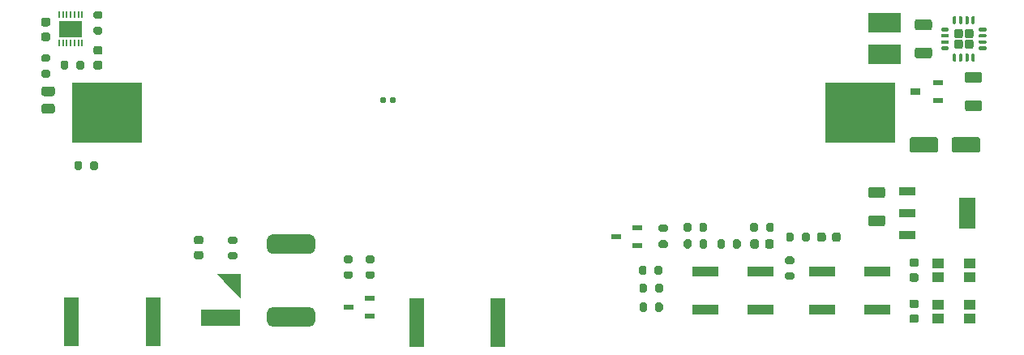
<source format=gtp>
G04 #@! TF.GenerationSoftware,KiCad,Pcbnew,(5.1.10)-1*
G04 #@! TF.CreationDate,2022-02-22T01:10:42-03:00*
G04 #@! TF.ProjectId,Alcantara_v.1.0,416c6361-6e74-4617-9261-5f762e312e30,rev?*
G04 #@! TF.SameCoordinates,Original*
G04 #@! TF.FileFunction,Paste,Top*
G04 #@! TF.FilePolarity,Positive*
%FSLAX46Y46*%
G04 Gerber Fmt 4.6, Leading zero omitted, Abs format (unit mm)*
G04 Created by KiCad (PCBNEW (5.1.10)-1) date 2022-02-22 01:10:42*
%MOMM*%
%LPD*%
G01*
G04 APERTURE LIST*
%ADD10C,0.000100*%
%ADD11R,4.100000X1.700000*%
%ADD12R,3.500000X2.000000*%
%ADD13R,7.340000X6.350000*%
%ADD14R,1.150000X1.050000*%
%ADD15R,1.750000X3.200000*%
%ADD16R,1.750000X0.950000*%
%ADD17R,1.050000X0.600000*%
%ADD18R,2.800000X1.000000*%
%ADD19R,1.500000X5.080000*%
%ADD20R,2.400000X1.800000*%
%ADD21R,0.200000X0.750000*%
%ADD22R,1.100000X0.700000*%
%ADD23R,1.100000X0.600000*%
G04 APERTURE END LIST*
D10*
G36*
X73154000Y-58321000D02*
G01*
X75554000Y-58321000D01*
X75554000Y-60721000D01*
X73154000Y-58321000D01*
G37*
X73154000Y-58321000D02*
X75554000Y-58321000D01*
X75554000Y-60721000D01*
X73154000Y-58321000D01*
D11*
X73504000Y-62871000D03*
D12*
X142875000Y-35400000D03*
X142875000Y-32100000D03*
G36*
G01*
X54995000Y-33091000D02*
X55495000Y-33091000D01*
G75*
G02*
X55720000Y-33316000I0J-225000D01*
G01*
X55720000Y-33766000D01*
G75*
G02*
X55495000Y-33991000I-225000J0D01*
G01*
X54995000Y-33991000D01*
G75*
G02*
X54770000Y-33766000I0J225000D01*
G01*
X54770000Y-33316000D01*
G75*
G02*
X54995000Y-33091000I225000J0D01*
G01*
G37*
G36*
G01*
X54995000Y-31541000D02*
X55495000Y-31541000D01*
G75*
G02*
X55720000Y-31766000I0J-225000D01*
G01*
X55720000Y-32216000D01*
G75*
G02*
X55495000Y-32441000I-225000J0D01*
G01*
X54995000Y-32441000D01*
G75*
G02*
X54770000Y-32216000I0J225000D01*
G01*
X54770000Y-31766000D01*
G75*
G02*
X54995000Y-31541000I225000J0D01*
G01*
G37*
G36*
G01*
X78870000Y-54189000D02*
X82870000Y-54189000D01*
G75*
G02*
X83370000Y-54689000I0J-500000D01*
G01*
X83370000Y-55689000D01*
G75*
G02*
X82870000Y-56189000I-500000J0D01*
G01*
X78870000Y-56189000D01*
G75*
G02*
X78370000Y-55689000I0J500000D01*
G01*
X78370000Y-54689000D01*
G75*
G02*
X78870000Y-54189000I500000J0D01*
G01*
G37*
G36*
G01*
X78870000Y-61789000D02*
X82870000Y-61789000D01*
G75*
G02*
X83370000Y-62289000I0J-500000D01*
G01*
X83370000Y-63289000D01*
G75*
G02*
X82870000Y-63789000I-500000J0D01*
G01*
X78870000Y-63789000D01*
G75*
G02*
X78370000Y-63289000I0J500000D01*
G01*
X78370000Y-62289000D01*
G75*
G02*
X78870000Y-61789000I500000J0D01*
G01*
G37*
D13*
X61635000Y-41452800D03*
X140295000Y-41452800D03*
D14*
X148418000Y-61490000D03*
X148418000Y-62940000D03*
X151768000Y-61490000D03*
X151768000Y-62940000D03*
X148418000Y-57172000D03*
X148418000Y-58622000D03*
X151768000Y-57172000D03*
X151768000Y-58622000D03*
G36*
G01*
X118890600Y-62047800D02*
X118890600Y-61497800D01*
G75*
G02*
X119090600Y-61297800I200000J0D01*
G01*
X119490600Y-61297800D01*
G75*
G02*
X119690600Y-61497800I0J-200000D01*
G01*
X119690600Y-62047800D01*
G75*
G02*
X119490600Y-62247800I-200000J0D01*
G01*
X119090600Y-62247800D01*
G75*
G02*
X118890600Y-62047800I0J200000D01*
G01*
G37*
G36*
G01*
X117240600Y-62047800D02*
X117240600Y-61497800D01*
G75*
G02*
X117440600Y-61297800I200000J0D01*
G01*
X117840600Y-61297800D01*
G75*
G02*
X118040600Y-61497800I0J-200000D01*
G01*
X118040600Y-62047800D01*
G75*
G02*
X117840600Y-62247800I-200000J0D01*
G01*
X117440600Y-62247800D01*
G75*
G02*
X117240600Y-62047800I0J200000D01*
G01*
G37*
G36*
G01*
X120010600Y-53931000D02*
X119460600Y-53931000D01*
G75*
G02*
X119260600Y-53731000I0J200000D01*
G01*
X119260600Y-53331000D01*
G75*
G02*
X119460600Y-53131000I200000J0D01*
G01*
X120010600Y-53131000D01*
G75*
G02*
X120210600Y-53331000I0J-200000D01*
G01*
X120210600Y-53731000D01*
G75*
G02*
X120010600Y-53931000I-200000J0D01*
G01*
G37*
G36*
G01*
X120010600Y-55581000D02*
X119460600Y-55581000D01*
G75*
G02*
X119260600Y-55381000I0J200000D01*
G01*
X119260600Y-54981000D01*
G75*
G02*
X119460600Y-54781000I200000J0D01*
G01*
X120010600Y-54781000D01*
G75*
G02*
X120210600Y-54981000I0J-200000D01*
G01*
X120210600Y-55381000D01*
G75*
G02*
X120010600Y-55581000I-200000J0D01*
G01*
G37*
D15*
X151500000Y-51975000D03*
D16*
X145200000Y-54275000D03*
X145200000Y-51975000D03*
X145200000Y-49675000D03*
D17*
X86884000Y-61783000D03*
X89084000Y-60833000D03*
X89084000Y-62733000D03*
G36*
G01*
X124325600Y-54893800D02*
X124325600Y-55443800D01*
G75*
G02*
X124125600Y-55643800I-200000J0D01*
G01*
X123725600Y-55643800D01*
G75*
G02*
X123525600Y-55443800I0J200000D01*
G01*
X123525600Y-54893800D01*
G75*
G02*
X123725600Y-54693800I200000J0D01*
G01*
X124125600Y-54693800D01*
G75*
G02*
X124325600Y-54893800I0J-200000D01*
G01*
G37*
G36*
G01*
X122675600Y-54893800D02*
X122675600Y-55443800D01*
G75*
G02*
X122475600Y-55643800I-200000J0D01*
G01*
X122075600Y-55643800D01*
G75*
G02*
X121875600Y-55443800I0J200000D01*
G01*
X121875600Y-54893800D01*
G75*
G02*
X122075600Y-54693800I200000J0D01*
G01*
X122475600Y-54693800D01*
G75*
G02*
X122675600Y-54893800I0J-200000D01*
G01*
G37*
G36*
G01*
X91235500Y-40317000D02*
X91235500Y-39947000D01*
G75*
G02*
X91370500Y-39812000I135000J0D01*
G01*
X91640500Y-39812000D01*
G75*
G02*
X91775500Y-39947000I0J-135000D01*
G01*
X91775500Y-40317000D01*
G75*
G02*
X91640500Y-40452000I-135000J0D01*
G01*
X91370500Y-40452000D01*
G75*
G02*
X91235500Y-40317000I0J135000D01*
G01*
G37*
G36*
G01*
X90215500Y-40317000D02*
X90215500Y-39947000D01*
G75*
G02*
X90350500Y-39812000I135000J0D01*
G01*
X90620500Y-39812000D01*
G75*
G02*
X90755500Y-39947000I0J-135000D01*
G01*
X90755500Y-40317000D01*
G75*
G02*
X90620500Y-40452000I-135000J0D01*
G01*
X90350500Y-40452000D01*
G75*
G02*
X90215500Y-40317000I0J135000D01*
G01*
G37*
D18*
X124100000Y-58071000D03*
X129900000Y-58071000D03*
X129900000Y-62071000D03*
X124100000Y-62071000D03*
D17*
X114792400Y-54391600D03*
X116992400Y-53441600D03*
X116992400Y-55341600D03*
D19*
X93985640Y-63347600D03*
X102485640Y-63347600D03*
X57943240Y-63342520D03*
X66443240Y-63342520D03*
G36*
G01*
X148450000Y-44275000D02*
X148450000Y-45375000D01*
G75*
G02*
X148200000Y-45625000I-250000J0D01*
G01*
X145700000Y-45625000D01*
G75*
G02*
X145450000Y-45375000I0J250000D01*
G01*
X145450000Y-44275000D01*
G75*
G02*
X145700000Y-44025000I250000J0D01*
G01*
X148200000Y-44025000D01*
G75*
G02*
X148450000Y-44275000I0J-250000D01*
G01*
G37*
G36*
G01*
X152850000Y-44275000D02*
X152850000Y-45375000D01*
G75*
G02*
X152600000Y-45625000I-250000J0D01*
G01*
X150100000Y-45625000D01*
G75*
G02*
X149850000Y-45375000I0J250000D01*
G01*
X149850000Y-44275000D01*
G75*
G02*
X150100000Y-44025000I250000J0D01*
G01*
X152600000Y-44025000D01*
G75*
G02*
X152850000Y-44275000I0J-250000D01*
G01*
G37*
D18*
X136292000Y-58071000D03*
X142092000Y-58071000D03*
X142092000Y-62071000D03*
X136292000Y-62071000D03*
G36*
G01*
X150330351Y-33822703D02*
X150807649Y-33822703D01*
G75*
G02*
X151046297Y-34061351I0J-238648D01*
G01*
X151046297Y-34538649D01*
G75*
G02*
X150807649Y-34777297I-238648J0D01*
G01*
X150330351Y-34777297D01*
G75*
G02*
X150091703Y-34538649I0J238648D01*
G01*
X150091703Y-34061351D01*
G75*
G02*
X150330351Y-33822703I238648J0D01*
G01*
G37*
G36*
G01*
X151430351Y-33822703D02*
X151907649Y-33822703D01*
G75*
G02*
X152146297Y-34061351I0J-238648D01*
G01*
X152146297Y-34538649D01*
G75*
G02*
X151907649Y-34777297I-238648J0D01*
G01*
X151430351Y-34777297D01*
G75*
G02*
X151191703Y-34538649I0J238648D01*
G01*
X151191703Y-34061351D01*
G75*
G02*
X151430351Y-33822703I238648J0D01*
G01*
G37*
G36*
G01*
X150330351Y-32722703D02*
X150807649Y-32722703D01*
G75*
G02*
X151046297Y-32961351I0J-238648D01*
G01*
X151046297Y-33438649D01*
G75*
G02*
X150807649Y-33677297I-238648J0D01*
G01*
X150330351Y-33677297D01*
G75*
G02*
X150091703Y-33438649I0J238648D01*
G01*
X150091703Y-32961351D01*
G75*
G02*
X150330351Y-32722703I238648J0D01*
G01*
G37*
G36*
G01*
X151430351Y-32722703D02*
X151907649Y-32722703D01*
G75*
G02*
X152146297Y-32961351I0J-238648D01*
G01*
X152146297Y-33438649D01*
G75*
G02*
X151907649Y-33677297I-238648J0D01*
G01*
X151430351Y-33677297D01*
G75*
G02*
X151191703Y-33438649I0J238648D01*
G01*
X151191703Y-32961351D01*
G75*
G02*
X151430351Y-32722703I238648J0D01*
G01*
G37*
G36*
G01*
X152756500Y-32600000D02*
X153406500Y-32600000D01*
G75*
G02*
X153494000Y-32687500I0J-87500D01*
G01*
X153494000Y-32862500D01*
G75*
G02*
X153406500Y-32950000I-87500J0D01*
G01*
X152756500Y-32950000D01*
G75*
G02*
X152669000Y-32862500I0J87500D01*
G01*
X152669000Y-32687500D01*
G75*
G02*
X152756500Y-32600000I87500J0D01*
G01*
G37*
G36*
G01*
X152756500Y-33250000D02*
X153406500Y-33250000D01*
G75*
G02*
X153494000Y-33337500I0J-87500D01*
G01*
X153494000Y-33512500D01*
G75*
G02*
X153406500Y-33600000I-87500J0D01*
G01*
X152756500Y-33600000D01*
G75*
G02*
X152669000Y-33512500I0J87500D01*
G01*
X152669000Y-33337500D01*
G75*
G02*
X152756500Y-33250000I87500J0D01*
G01*
G37*
G36*
G01*
X152756500Y-33900000D02*
X153406500Y-33900000D01*
G75*
G02*
X153494000Y-33987500I0J-87500D01*
G01*
X153494000Y-34162500D01*
G75*
G02*
X153406500Y-34250000I-87500J0D01*
G01*
X152756500Y-34250000D01*
G75*
G02*
X152669000Y-34162500I0J87500D01*
G01*
X152669000Y-33987500D01*
G75*
G02*
X152756500Y-33900000I87500J0D01*
G01*
G37*
G36*
G01*
X152756500Y-34550000D02*
X153406500Y-34550000D01*
G75*
G02*
X153494000Y-34637500I0J-87500D01*
G01*
X153494000Y-34812500D01*
G75*
G02*
X153406500Y-34900000I-87500J0D01*
G01*
X152756500Y-34900000D01*
G75*
G02*
X152669000Y-34812500I0J87500D01*
G01*
X152669000Y-34637500D01*
G75*
G02*
X152756500Y-34550000I87500J0D01*
G01*
G37*
G36*
G01*
X152006500Y-35300000D02*
X152181500Y-35300000D01*
G75*
G02*
X152269000Y-35387500I0J-87500D01*
G01*
X152269000Y-36037500D01*
G75*
G02*
X152181500Y-36125000I-87500J0D01*
G01*
X152006500Y-36125000D01*
G75*
G02*
X151919000Y-36037500I0J87500D01*
G01*
X151919000Y-35387500D01*
G75*
G02*
X152006500Y-35300000I87500J0D01*
G01*
G37*
G36*
G01*
X151356500Y-35300000D02*
X151531500Y-35300000D01*
G75*
G02*
X151619000Y-35387500I0J-87500D01*
G01*
X151619000Y-36037500D01*
G75*
G02*
X151531500Y-36125000I-87500J0D01*
G01*
X151356500Y-36125000D01*
G75*
G02*
X151269000Y-36037500I0J87500D01*
G01*
X151269000Y-35387500D01*
G75*
G02*
X151356500Y-35300000I87500J0D01*
G01*
G37*
G36*
G01*
X150706500Y-35300000D02*
X150881500Y-35300000D01*
G75*
G02*
X150969000Y-35387500I0J-87500D01*
G01*
X150969000Y-36037500D01*
G75*
G02*
X150881500Y-36125000I-87500J0D01*
G01*
X150706500Y-36125000D01*
G75*
G02*
X150619000Y-36037500I0J87500D01*
G01*
X150619000Y-35387500D01*
G75*
G02*
X150706500Y-35300000I87500J0D01*
G01*
G37*
G36*
G01*
X150056500Y-35300000D02*
X150231500Y-35300000D01*
G75*
G02*
X150319000Y-35387500I0J-87500D01*
G01*
X150319000Y-36037500D01*
G75*
G02*
X150231500Y-36125000I-87500J0D01*
G01*
X150056500Y-36125000D01*
G75*
G02*
X149969000Y-36037500I0J87500D01*
G01*
X149969000Y-35387500D01*
G75*
G02*
X150056500Y-35300000I87500J0D01*
G01*
G37*
G36*
G01*
X148831500Y-34550000D02*
X149481500Y-34550000D01*
G75*
G02*
X149569000Y-34637500I0J-87500D01*
G01*
X149569000Y-34812500D01*
G75*
G02*
X149481500Y-34900000I-87500J0D01*
G01*
X148831500Y-34900000D01*
G75*
G02*
X148744000Y-34812500I0J87500D01*
G01*
X148744000Y-34637500D01*
G75*
G02*
X148831500Y-34550000I87500J0D01*
G01*
G37*
G36*
G01*
X148831500Y-33900000D02*
X149481500Y-33900000D01*
G75*
G02*
X149569000Y-33987500I0J-87500D01*
G01*
X149569000Y-34162500D01*
G75*
G02*
X149481500Y-34250000I-87500J0D01*
G01*
X148831500Y-34250000D01*
G75*
G02*
X148744000Y-34162500I0J87500D01*
G01*
X148744000Y-33987500D01*
G75*
G02*
X148831500Y-33900000I87500J0D01*
G01*
G37*
G36*
G01*
X148831500Y-33250000D02*
X149481500Y-33250000D01*
G75*
G02*
X149569000Y-33337500I0J-87500D01*
G01*
X149569000Y-33512500D01*
G75*
G02*
X149481500Y-33600000I-87500J0D01*
G01*
X148831500Y-33600000D01*
G75*
G02*
X148744000Y-33512500I0J87500D01*
G01*
X148744000Y-33337500D01*
G75*
G02*
X148831500Y-33250000I87500J0D01*
G01*
G37*
G36*
G01*
X148831500Y-32600000D02*
X149481500Y-32600000D01*
G75*
G02*
X149569000Y-32687500I0J-87500D01*
G01*
X149569000Y-32862500D01*
G75*
G02*
X149481500Y-32950000I-87500J0D01*
G01*
X148831500Y-32950000D01*
G75*
G02*
X148744000Y-32862500I0J87500D01*
G01*
X148744000Y-32687500D01*
G75*
G02*
X148831500Y-32600000I87500J0D01*
G01*
G37*
G36*
G01*
X150056500Y-31375000D02*
X150231500Y-31375000D01*
G75*
G02*
X150319000Y-31462500I0J-87500D01*
G01*
X150319000Y-32112500D01*
G75*
G02*
X150231500Y-32200000I-87500J0D01*
G01*
X150056500Y-32200000D01*
G75*
G02*
X149969000Y-32112500I0J87500D01*
G01*
X149969000Y-31462500D01*
G75*
G02*
X150056500Y-31375000I87500J0D01*
G01*
G37*
G36*
G01*
X150706500Y-31375000D02*
X150881500Y-31375000D01*
G75*
G02*
X150969000Y-31462500I0J-87500D01*
G01*
X150969000Y-32112500D01*
G75*
G02*
X150881500Y-32200000I-87500J0D01*
G01*
X150706500Y-32200000D01*
G75*
G02*
X150619000Y-32112500I0J87500D01*
G01*
X150619000Y-31462500D01*
G75*
G02*
X150706500Y-31375000I87500J0D01*
G01*
G37*
G36*
G01*
X151356500Y-31375000D02*
X151531500Y-31375000D01*
G75*
G02*
X151619000Y-31462500I0J-87500D01*
G01*
X151619000Y-32112500D01*
G75*
G02*
X151531500Y-32200000I-87500J0D01*
G01*
X151356500Y-32200000D01*
G75*
G02*
X151269000Y-32112500I0J87500D01*
G01*
X151269000Y-31462500D01*
G75*
G02*
X151356500Y-31375000I87500J0D01*
G01*
G37*
G36*
G01*
X152006500Y-31375000D02*
X152181500Y-31375000D01*
G75*
G02*
X152269000Y-31462500I0J-87500D01*
G01*
X152269000Y-32112500D01*
G75*
G02*
X152181500Y-32200000I-87500J0D01*
G01*
X152006500Y-32200000D01*
G75*
G02*
X151919000Y-32112500I0J87500D01*
G01*
X151919000Y-31462500D01*
G75*
G02*
X152006500Y-31375000I87500J0D01*
G01*
G37*
D20*
X57848500Y-32702500D03*
D21*
X59048500Y-34202500D03*
X58648500Y-34202500D03*
X58248500Y-34202500D03*
X57848500Y-34202500D03*
X57448500Y-34202500D03*
X57048500Y-34202500D03*
X56648500Y-34202500D03*
X56648500Y-31202500D03*
X57048500Y-31202500D03*
X57448500Y-31202500D03*
X57848500Y-31202500D03*
X58248500Y-31202500D03*
X58648500Y-31202500D03*
X59048500Y-31202500D03*
D22*
X146050000Y-39275000D03*
D23*
X148450000Y-38325000D03*
X148450000Y-40225000D03*
G36*
G01*
X130473000Y-53716600D02*
X130473000Y-53166600D01*
G75*
G02*
X130673000Y-52966600I200000J0D01*
G01*
X131073000Y-52966600D01*
G75*
G02*
X131273000Y-53166600I0J-200000D01*
G01*
X131273000Y-53716600D01*
G75*
G02*
X131073000Y-53916600I-200000J0D01*
G01*
X130673000Y-53916600D01*
G75*
G02*
X130473000Y-53716600I0J200000D01*
G01*
G37*
G36*
G01*
X128823000Y-53716600D02*
X128823000Y-53166600D01*
G75*
G02*
X129023000Y-52966600I200000J0D01*
G01*
X129423000Y-52966600D01*
G75*
G02*
X129623000Y-53166600I0J-200000D01*
G01*
X129623000Y-53716600D01*
G75*
G02*
X129423000Y-53916600I-200000J0D01*
G01*
X129023000Y-53916600D01*
G75*
G02*
X128823000Y-53716600I0J200000D01*
G01*
G37*
G36*
G01*
X122651200Y-53166600D02*
X122651200Y-53716600D01*
G75*
G02*
X122451200Y-53916600I-200000J0D01*
G01*
X122051200Y-53916600D01*
G75*
G02*
X121851200Y-53716600I0J200000D01*
G01*
X121851200Y-53166600D01*
G75*
G02*
X122051200Y-52966600I200000J0D01*
G01*
X122451200Y-52966600D01*
G75*
G02*
X122651200Y-53166600I0J-200000D01*
G01*
G37*
G36*
G01*
X124301200Y-53166600D02*
X124301200Y-53716600D01*
G75*
G02*
X124101200Y-53916600I-200000J0D01*
G01*
X123701200Y-53916600D01*
G75*
G02*
X123501200Y-53716600I0J200000D01*
G01*
X123501200Y-53166600D01*
G75*
G02*
X123701200Y-52966600I200000J0D01*
G01*
X124101200Y-52966600D01*
G75*
G02*
X124301200Y-53166600I0J-200000D01*
G01*
G37*
G36*
G01*
X70961750Y-55909900D02*
X71474250Y-55909900D01*
G75*
G02*
X71693000Y-56128650I0J-218750D01*
G01*
X71693000Y-56566150D01*
G75*
G02*
X71474250Y-56784900I-218750J0D01*
G01*
X70961750Y-56784900D01*
G75*
G02*
X70743000Y-56566150I0J218750D01*
G01*
X70743000Y-56128650D01*
G75*
G02*
X70961750Y-55909900I218750J0D01*
G01*
G37*
G36*
G01*
X70961750Y-54334900D02*
X71474250Y-54334900D01*
G75*
G02*
X71693000Y-54553650I0J-218750D01*
G01*
X71693000Y-54991150D01*
G75*
G02*
X71474250Y-55209900I-218750J0D01*
G01*
X70961750Y-55209900D01*
G75*
G02*
X70743000Y-54991150I0J218750D01*
G01*
X70743000Y-54553650D01*
G75*
G02*
X70961750Y-54334900I218750J0D01*
G01*
G37*
G36*
G01*
X55949002Y-39732000D02*
X55048998Y-39732000D01*
G75*
G02*
X54799000Y-39482002I0J249998D01*
G01*
X54799000Y-38956998D01*
G75*
G02*
X55048998Y-38707000I249998J0D01*
G01*
X55949002Y-38707000D01*
G75*
G02*
X56199000Y-38956998I0J-249998D01*
G01*
X56199000Y-39482002D01*
G75*
G02*
X55949002Y-39732000I-249998J0D01*
G01*
G37*
G36*
G01*
X55949002Y-41557000D02*
X55048998Y-41557000D01*
G75*
G02*
X54799000Y-41307002I0J249998D01*
G01*
X54799000Y-40781998D01*
G75*
G02*
X55048998Y-40532000I249998J0D01*
G01*
X55949002Y-40532000D01*
G75*
G02*
X56199000Y-40781998I0J-249998D01*
G01*
X56199000Y-41307002D01*
G75*
G02*
X55949002Y-41557000I-249998J0D01*
G01*
G37*
G36*
G01*
X147550001Y-32850000D02*
X146249999Y-32850000D01*
G75*
G02*
X146000000Y-32600001I0J249999D01*
G01*
X146000000Y-31949999D01*
G75*
G02*
X146249999Y-31700000I249999J0D01*
G01*
X147550001Y-31700000D01*
G75*
G02*
X147800000Y-31949999I0J-249999D01*
G01*
X147800000Y-32600001D01*
G75*
G02*
X147550001Y-32850000I-249999J0D01*
G01*
G37*
G36*
G01*
X147550001Y-35800000D02*
X146249999Y-35800000D01*
G75*
G02*
X146000000Y-35550001I0J249999D01*
G01*
X146000000Y-34899999D01*
G75*
G02*
X146249999Y-34650000I249999J0D01*
G01*
X147550001Y-34650000D01*
G75*
G02*
X147800000Y-34899999I0J-249999D01*
G01*
X147800000Y-35550001D01*
G75*
G02*
X147550001Y-35800000I-249999J0D01*
G01*
G37*
G36*
G01*
X146175000Y-61875000D02*
X145675000Y-61875000D01*
G75*
G02*
X145450000Y-61650000I0J225000D01*
G01*
X145450000Y-61200000D01*
G75*
G02*
X145675000Y-60975000I225000J0D01*
G01*
X146175000Y-60975000D01*
G75*
G02*
X146400000Y-61200000I0J-225000D01*
G01*
X146400000Y-61650000D01*
G75*
G02*
X146175000Y-61875000I-225000J0D01*
G01*
G37*
G36*
G01*
X146175000Y-63425000D02*
X145675000Y-63425000D01*
G75*
G02*
X145450000Y-63200000I0J225000D01*
G01*
X145450000Y-62750000D01*
G75*
G02*
X145675000Y-62525000I225000J0D01*
G01*
X146175000Y-62525000D01*
G75*
G02*
X146400000Y-62750000I0J-225000D01*
G01*
X146400000Y-63200000D01*
G75*
G02*
X146175000Y-63425000I-225000J0D01*
G01*
G37*
G36*
G01*
X142675001Y-50375000D02*
X141374999Y-50375000D01*
G75*
G02*
X141125000Y-50125001I0J249999D01*
G01*
X141125000Y-49474999D01*
G75*
G02*
X141374999Y-49225000I249999J0D01*
G01*
X142675001Y-49225000D01*
G75*
G02*
X142925000Y-49474999I0J-249999D01*
G01*
X142925000Y-50125001D01*
G75*
G02*
X142675001Y-50375000I-249999J0D01*
G01*
G37*
G36*
G01*
X142675001Y-53325000D02*
X141374999Y-53325000D01*
G75*
G02*
X141125000Y-53075001I0J249999D01*
G01*
X141125000Y-52424999D01*
G75*
G02*
X141374999Y-52175000I249999J0D01*
G01*
X142675001Y-52175000D01*
G75*
G02*
X142925000Y-52424999I0J-249999D01*
G01*
X142925000Y-53075001D01*
G75*
G02*
X142675001Y-53325000I-249999J0D01*
G01*
G37*
G36*
G01*
X152775001Y-38350000D02*
X151474999Y-38350000D01*
G75*
G02*
X151225000Y-38100001I0J249999D01*
G01*
X151225000Y-37449999D01*
G75*
G02*
X151474999Y-37200000I249999J0D01*
G01*
X152775001Y-37200000D01*
G75*
G02*
X153025000Y-37449999I0J-249999D01*
G01*
X153025000Y-38100001D01*
G75*
G02*
X152775001Y-38350000I-249999J0D01*
G01*
G37*
G36*
G01*
X152775001Y-41300000D02*
X151474999Y-41300000D01*
G75*
G02*
X151225000Y-41050001I0J249999D01*
G01*
X151225000Y-40399999D01*
G75*
G02*
X151474999Y-40150000I249999J0D01*
G01*
X152775001Y-40150000D01*
G75*
G02*
X153025000Y-40399999I0J-249999D01*
G01*
X153025000Y-41050001D01*
G75*
G02*
X152775001Y-41300000I-249999J0D01*
G01*
G37*
G36*
G01*
X127018600Y-55443800D02*
X127018600Y-54893800D01*
G75*
G02*
X127218600Y-54693800I200000J0D01*
G01*
X127618600Y-54693800D01*
G75*
G02*
X127818600Y-54893800I0J-200000D01*
G01*
X127818600Y-55443800D01*
G75*
G02*
X127618600Y-55643800I-200000J0D01*
G01*
X127218600Y-55643800D01*
G75*
G02*
X127018600Y-55443800I0J200000D01*
G01*
G37*
G36*
G01*
X125368600Y-55443800D02*
X125368600Y-54893800D01*
G75*
G02*
X125568600Y-54693800I200000J0D01*
G01*
X125968600Y-54693800D01*
G75*
G02*
X126168600Y-54893800I0J-200000D01*
G01*
X126168600Y-55443800D01*
G75*
G02*
X125968600Y-55643800I-200000J0D01*
G01*
X125568600Y-55643800D01*
G75*
G02*
X125368600Y-55443800I0J200000D01*
G01*
G37*
G36*
G01*
X133370000Y-54182600D02*
X133370000Y-54732600D01*
G75*
G02*
X133170000Y-54932600I-200000J0D01*
G01*
X132770000Y-54932600D01*
G75*
G02*
X132570000Y-54732600I0J200000D01*
G01*
X132570000Y-54182600D01*
G75*
G02*
X132770000Y-53982600I200000J0D01*
G01*
X133170000Y-53982600D01*
G75*
G02*
X133370000Y-54182600I0J-200000D01*
G01*
G37*
G36*
G01*
X135020000Y-54182600D02*
X135020000Y-54732600D01*
G75*
G02*
X134820000Y-54932600I-200000J0D01*
G01*
X134420000Y-54932600D01*
G75*
G02*
X134220000Y-54732600I0J200000D01*
G01*
X134220000Y-54182600D01*
G75*
G02*
X134420000Y-53982600I200000J0D01*
G01*
X134820000Y-53982600D01*
G75*
G02*
X135020000Y-54182600I0J-200000D01*
G01*
G37*
G36*
G01*
X86564000Y-58017000D02*
X87114000Y-58017000D01*
G75*
G02*
X87314000Y-58217000I0J-200000D01*
G01*
X87314000Y-58617000D01*
G75*
G02*
X87114000Y-58817000I-200000J0D01*
G01*
X86564000Y-58817000D01*
G75*
G02*
X86364000Y-58617000I0J200000D01*
G01*
X86364000Y-58217000D01*
G75*
G02*
X86564000Y-58017000I200000J0D01*
G01*
G37*
G36*
G01*
X86564000Y-56367000D02*
X87114000Y-56367000D01*
G75*
G02*
X87314000Y-56567000I0J-200000D01*
G01*
X87314000Y-56967000D01*
G75*
G02*
X87114000Y-57167000I-200000J0D01*
G01*
X86564000Y-57167000D01*
G75*
G02*
X86364000Y-56967000I0J200000D01*
G01*
X86364000Y-56567000D01*
G75*
G02*
X86564000Y-56367000I200000J0D01*
G01*
G37*
G36*
G01*
X88854000Y-58017000D02*
X89404000Y-58017000D01*
G75*
G02*
X89604000Y-58217000I0J-200000D01*
G01*
X89604000Y-58617000D01*
G75*
G02*
X89404000Y-58817000I-200000J0D01*
G01*
X88854000Y-58817000D01*
G75*
G02*
X88654000Y-58617000I0J200000D01*
G01*
X88654000Y-58217000D01*
G75*
G02*
X88854000Y-58017000I200000J0D01*
G01*
G37*
G36*
G01*
X88854000Y-56367000D02*
X89404000Y-56367000D01*
G75*
G02*
X89604000Y-56567000I0J-200000D01*
G01*
X89604000Y-56967000D01*
G75*
G02*
X89404000Y-57167000I-200000J0D01*
G01*
X88854000Y-57167000D01*
G75*
G02*
X88654000Y-56967000I0J200000D01*
G01*
X88654000Y-56567000D01*
G75*
G02*
X88854000Y-56367000I200000J0D01*
G01*
G37*
G36*
G01*
X118839800Y-58187000D02*
X118839800Y-57637000D01*
G75*
G02*
X119039800Y-57437000I200000J0D01*
G01*
X119439800Y-57437000D01*
G75*
G02*
X119639800Y-57637000I0J-200000D01*
G01*
X119639800Y-58187000D01*
G75*
G02*
X119439800Y-58387000I-200000J0D01*
G01*
X119039800Y-58387000D01*
G75*
G02*
X118839800Y-58187000I0J200000D01*
G01*
G37*
G36*
G01*
X117189800Y-58187000D02*
X117189800Y-57637000D01*
G75*
G02*
X117389800Y-57437000I200000J0D01*
G01*
X117789800Y-57437000D01*
G75*
G02*
X117989800Y-57637000I0J-200000D01*
G01*
X117989800Y-58187000D01*
G75*
G02*
X117789800Y-58387000I-200000J0D01*
G01*
X117389800Y-58387000D01*
G75*
G02*
X117189800Y-58187000I0J200000D01*
G01*
G37*
G36*
G01*
X118890600Y-60066600D02*
X118890600Y-59516600D01*
G75*
G02*
X119090600Y-59316600I200000J0D01*
G01*
X119490600Y-59316600D01*
G75*
G02*
X119690600Y-59516600I0J-200000D01*
G01*
X119690600Y-60066600D01*
G75*
G02*
X119490600Y-60266600I-200000J0D01*
G01*
X119090600Y-60266600D01*
G75*
G02*
X118890600Y-60066600I0J200000D01*
G01*
G37*
G36*
G01*
X117240600Y-60066600D02*
X117240600Y-59516600D01*
G75*
G02*
X117440600Y-59316600I200000J0D01*
G01*
X117840600Y-59316600D01*
G75*
G02*
X118040600Y-59516600I0J-200000D01*
G01*
X118040600Y-60066600D01*
G75*
G02*
X117840600Y-60266600I-200000J0D01*
G01*
X117440600Y-60266600D01*
G75*
G02*
X117240600Y-60066600I0J200000D01*
G01*
G37*
G36*
G01*
X132668600Y-58133800D02*
X133218600Y-58133800D01*
G75*
G02*
X133418600Y-58333800I0J-200000D01*
G01*
X133418600Y-58733800D01*
G75*
G02*
X133218600Y-58933800I-200000J0D01*
G01*
X132668600Y-58933800D01*
G75*
G02*
X132468600Y-58733800I0J200000D01*
G01*
X132468600Y-58333800D01*
G75*
G02*
X132668600Y-58133800I200000J0D01*
G01*
G37*
G36*
G01*
X132668600Y-56483800D02*
X133218600Y-56483800D01*
G75*
G02*
X133418600Y-56683800I0J-200000D01*
G01*
X133418600Y-57083800D01*
G75*
G02*
X133218600Y-57283800I-200000J0D01*
G01*
X132668600Y-57283800D01*
G75*
G02*
X132468600Y-57083800I0J200000D01*
G01*
X132468600Y-56683800D01*
G75*
G02*
X132668600Y-56483800I200000J0D01*
G01*
G37*
G36*
G01*
X75049000Y-55172400D02*
X74499000Y-55172400D01*
G75*
G02*
X74299000Y-54972400I0J200000D01*
G01*
X74299000Y-54572400D01*
G75*
G02*
X74499000Y-54372400I200000J0D01*
G01*
X75049000Y-54372400D01*
G75*
G02*
X75249000Y-54572400I0J-200000D01*
G01*
X75249000Y-54972400D01*
G75*
G02*
X75049000Y-55172400I-200000J0D01*
G01*
G37*
G36*
G01*
X75049000Y-56822400D02*
X74499000Y-56822400D01*
G75*
G02*
X74299000Y-56622400I0J200000D01*
G01*
X74299000Y-56222400D01*
G75*
G02*
X74499000Y-56022400I200000J0D01*
G01*
X75049000Y-56022400D01*
G75*
G02*
X75249000Y-56222400I0J-200000D01*
G01*
X75249000Y-56622400D01*
G75*
G02*
X75049000Y-56822400I-200000J0D01*
G01*
G37*
G36*
G01*
X57614000Y-36199400D02*
X57614000Y-36749400D01*
G75*
G02*
X57414000Y-36949400I-200000J0D01*
G01*
X57014000Y-36949400D01*
G75*
G02*
X56814000Y-36749400I0J200000D01*
G01*
X56814000Y-36199400D01*
G75*
G02*
X57014000Y-35999400I200000J0D01*
G01*
X57414000Y-35999400D01*
G75*
G02*
X57614000Y-36199400I0J-200000D01*
G01*
G37*
G36*
G01*
X59264000Y-36199400D02*
X59264000Y-36749400D01*
G75*
G02*
X59064000Y-36949400I-200000J0D01*
G01*
X58664000Y-36949400D01*
G75*
G02*
X58464000Y-36749400I0J200000D01*
G01*
X58464000Y-36199400D01*
G75*
G02*
X58664000Y-35999400I200000J0D01*
G01*
X59064000Y-35999400D01*
G75*
G02*
X59264000Y-36199400I0J-200000D01*
G01*
G37*
G36*
G01*
X55520000Y-36151000D02*
X54970000Y-36151000D01*
G75*
G02*
X54770000Y-35951000I0J200000D01*
G01*
X54770000Y-35551000D01*
G75*
G02*
X54970000Y-35351000I200000J0D01*
G01*
X55520000Y-35351000D01*
G75*
G02*
X55720000Y-35551000I0J-200000D01*
G01*
X55720000Y-35951000D01*
G75*
G02*
X55520000Y-36151000I-200000J0D01*
G01*
G37*
G36*
G01*
X55520000Y-37801000D02*
X54970000Y-37801000D01*
G75*
G02*
X54770000Y-37601000I0J200000D01*
G01*
X54770000Y-37201000D01*
G75*
G02*
X54970000Y-37001000I200000J0D01*
G01*
X55520000Y-37001000D01*
G75*
G02*
X55720000Y-37201000I0J-200000D01*
G01*
X55720000Y-37601000D01*
G75*
G02*
X55520000Y-37801000I-200000J0D01*
G01*
G37*
G36*
G01*
X59036400Y-46702300D02*
X59036400Y-47252300D01*
G75*
G02*
X58836400Y-47452300I-200000J0D01*
G01*
X58436400Y-47452300D01*
G75*
G02*
X58236400Y-47252300I0J200000D01*
G01*
X58236400Y-46702300D01*
G75*
G02*
X58436400Y-46502300I200000J0D01*
G01*
X58836400Y-46502300D01*
G75*
G02*
X59036400Y-46702300I0J-200000D01*
G01*
G37*
G36*
G01*
X60686400Y-46702300D02*
X60686400Y-47252300D01*
G75*
G02*
X60486400Y-47452300I-200000J0D01*
G01*
X60086400Y-47452300D01*
G75*
G02*
X59886400Y-47252300I0J200000D01*
G01*
X59886400Y-46702300D01*
G75*
G02*
X60086400Y-46502300I200000J0D01*
G01*
X60486400Y-46502300D01*
G75*
G02*
X60686400Y-46702300I0J-200000D01*
G01*
G37*
G36*
G01*
X60981000Y-31642000D02*
X60431000Y-31642000D01*
G75*
G02*
X60231000Y-31442000I0J200000D01*
G01*
X60231000Y-31042000D01*
G75*
G02*
X60431000Y-30842000I200000J0D01*
G01*
X60981000Y-30842000D01*
G75*
G02*
X61181000Y-31042000I0J-200000D01*
G01*
X61181000Y-31442000D01*
G75*
G02*
X60981000Y-31642000I-200000J0D01*
G01*
G37*
G36*
G01*
X60981000Y-33292000D02*
X60431000Y-33292000D01*
G75*
G02*
X60231000Y-33092000I0J200000D01*
G01*
X60231000Y-32692000D01*
G75*
G02*
X60431000Y-32492000I200000J0D01*
G01*
X60981000Y-32492000D01*
G75*
G02*
X61181000Y-32692000I0J-200000D01*
G01*
X61181000Y-33092000D01*
G75*
G02*
X60981000Y-33292000I-200000J0D01*
G01*
G37*
G36*
G01*
X129723000Y-54918800D02*
X129723000Y-55418800D01*
G75*
G02*
X129498000Y-55643800I-225000J0D01*
G01*
X129048000Y-55643800D01*
G75*
G02*
X128823000Y-55418800I0J225000D01*
G01*
X128823000Y-54918800D01*
G75*
G02*
X129048000Y-54693800I225000J0D01*
G01*
X129498000Y-54693800D01*
G75*
G02*
X129723000Y-54918800I0J-225000D01*
G01*
G37*
G36*
G01*
X131273000Y-54918800D02*
X131273000Y-55418800D01*
G75*
G02*
X131048000Y-55643800I-225000J0D01*
G01*
X130598000Y-55643800D01*
G75*
G02*
X130373000Y-55418800I0J225000D01*
G01*
X130373000Y-54918800D01*
G75*
G02*
X130598000Y-54693800I225000J0D01*
G01*
X131048000Y-54693800D01*
G75*
G02*
X131273000Y-54918800I0J-225000D01*
G01*
G37*
G36*
G01*
X136708000Y-54207600D02*
X136708000Y-54707600D01*
G75*
G02*
X136483000Y-54932600I-225000J0D01*
G01*
X136033000Y-54932600D01*
G75*
G02*
X135808000Y-54707600I0J225000D01*
G01*
X135808000Y-54207600D01*
G75*
G02*
X136033000Y-53982600I225000J0D01*
G01*
X136483000Y-53982600D01*
G75*
G02*
X136708000Y-54207600I0J-225000D01*
G01*
G37*
G36*
G01*
X138258000Y-54207600D02*
X138258000Y-54707600D01*
G75*
G02*
X138033000Y-54932600I-225000J0D01*
G01*
X137583000Y-54932600D01*
G75*
G02*
X137358000Y-54707600I0J225000D01*
G01*
X137358000Y-54207600D01*
G75*
G02*
X137583000Y-53982600I225000J0D01*
G01*
X138033000Y-53982600D01*
G75*
G02*
X138258000Y-54207600I0J-225000D01*
G01*
G37*
G36*
G01*
X60456000Y-36050400D02*
X60956000Y-36050400D01*
G75*
G02*
X61181000Y-36275400I0J-225000D01*
G01*
X61181000Y-36725400D01*
G75*
G02*
X60956000Y-36950400I-225000J0D01*
G01*
X60456000Y-36950400D01*
G75*
G02*
X60231000Y-36725400I0J225000D01*
G01*
X60231000Y-36275400D01*
G75*
G02*
X60456000Y-36050400I225000J0D01*
G01*
G37*
G36*
G01*
X60456000Y-34500400D02*
X60956000Y-34500400D01*
G75*
G02*
X61181000Y-34725400I0J-225000D01*
G01*
X61181000Y-35175400D01*
G75*
G02*
X60956000Y-35400400I-225000J0D01*
G01*
X60456000Y-35400400D01*
G75*
G02*
X60231000Y-35175400I0J225000D01*
G01*
X60231000Y-34725400D01*
G75*
G02*
X60456000Y-34500400I225000J0D01*
G01*
G37*
G36*
G01*
X146175000Y-57575000D02*
X145675000Y-57575000D01*
G75*
G02*
X145450000Y-57350000I0J225000D01*
G01*
X145450000Y-56900000D01*
G75*
G02*
X145675000Y-56675000I225000J0D01*
G01*
X146175000Y-56675000D01*
G75*
G02*
X146400000Y-56900000I0J-225000D01*
G01*
X146400000Y-57350000D01*
G75*
G02*
X146175000Y-57575000I-225000J0D01*
G01*
G37*
G36*
G01*
X146175000Y-59125000D02*
X145675000Y-59125000D01*
G75*
G02*
X145450000Y-58900000I0J225000D01*
G01*
X145450000Y-58450000D01*
G75*
G02*
X145675000Y-58225000I225000J0D01*
G01*
X146175000Y-58225000D01*
G75*
G02*
X146400000Y-58450000I0J-225000D01*
G01*
X146400000Y-58900000D01*
G75*
G02*
X146175000Y-59125000I-225000J0D01*
G01*
G37*
M02*

</source>
